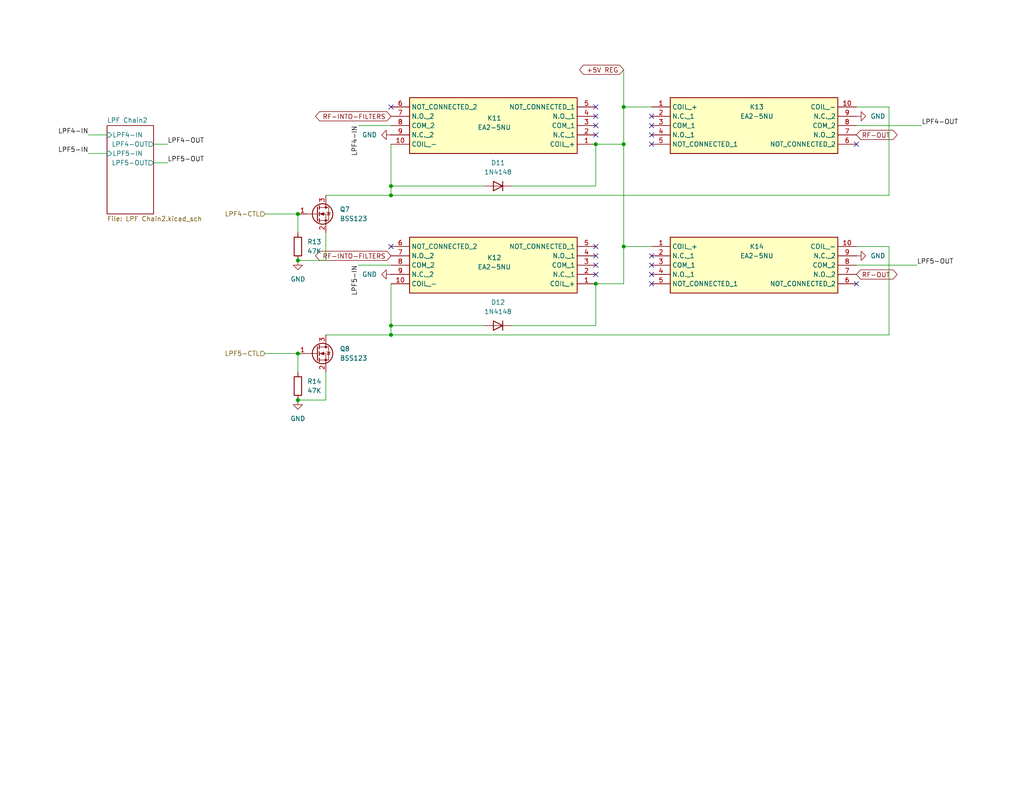
<source format=kicad_sch>
(kicad_sch (version 20231120) (generator "eeschema") (generator_version "8.0")
  (paper "USLetter")
  (title_block (title "QMX+ Amp") (date "2024-08-22") (rev "v0.11") (company "WA7GIL"))
  (lib_symbols
    (symbol "Device:R" (pin_numbers hide) (pin_names (offset 0))
      (property "Reference" "R" (at 2.032 0 90))
      (property "Value" "R" (at 0 0 90))
      (symbol "R_0_1"
        (rectangle (start -1.016 -2.54) (end 1.016 2.54) (stroke (width 0.254)))
      )
      (symbol "R_1_1"
        (pin passive line (at 0 3.81 270) (length 1.27) (name "~") (number "1"))
        (pin passive line (at 0 -3.81 90) (length 1.27) (name "~") (number "2"))
      )
    )
    (symbol "Diode:1N4148" (pin_numbers hide) (pin_names hide)
      (property "Reference" "D" (at 0 2.54 0))
      (property "Value" "1N4148" (at 0 -2.54 0))
      (symbol "1N4148_0_1"
        (polyline (pts (xy -1.27 1.27) (xy -1.27 -1.27)) (stroke (width 0.254)))
        (polyline (pts (xy 1.27 0) (xy -1.27 0)))
        (polyline (pts (xy 1.27 1.27) (xy 1.27 -1.27) (xy -1.27 0) (xy 1.27 1.27)) (stroke (width 0.254)))
      )
      (symbol "1N4148_1_1"
        (pin passive line (at -3.81 0 0) (length 2.54) (name "K") (number "1"))
        (pin passive line (at 3.81 0 180) (length 2.54) (name "A") (number "2"))
      )
    )
    (symbol "Transistor_FET:BSS123" (pin_names hide)
      (property "Reference" "Q" (at 5.08 1.905 0))
      (property "Value" "BSS123" (at 5.08 0 0))
      (symbol "BSS123_0_1"
        (polyline (pts (xy 0.254 0) (xy -2.54 0)))
        (polyline (pts (xy 0.254 1.905) (xy 0.254 -1.905)) (stroke (width 0.254)))
        (polyline (pts (xy 0.762 -1.27) (xy 0.762 -2.286)) (stroke (width 0.254)))
        (polyline (pts (xy 0.762 0.508) (xy 0.762 -0.508)) (stroke (width 0.254)))
        (polyline (pts (xy 0.762 2.286) (xy 0.762 1.27)) (stroke (width 0.254)))
        (polyline (pts (xy 2.54 2.54) (xy 2.54 1.778)))
        (polyline (pts (xy 2.54 -2.54) (xy 2.54 0) (xy 0.762 0)))
        (polyline (pts (xy 0.762 -1.778) (xy 3.302 -1.778) (xy 3.302 1.778) (xy 0.762 1.778)))
        (polyline (pts (xy 1.016 0) (xy 2.032 0.381) (xy 2.032 -0.381) (xy 1.016 0)) (fill (type outline)))
        (polyline (pts (xy 2.794 0.508) (xy 2.921 0.381) (xy 3.683 0.381) (xy 3.81 0.254)))
        (polyline (pts (xy 3.302 0.381) (xy 2.921 -0.254) (xy 3.683 -0.254) (xy 3.302 0.381)))
        (circle (center 1.651 0) (radius 2.794) (stroke (width 0.254)))
        (circle (center 2.54 -1.778) (radius 0.254) (fill (type outline)))
        (circle (center 2.54 1.778) (radius 0.254) (fill (type outline)))
      )
      (symbol "BSS123_1_1"
        (pin input line (at -5.08 0 0) (length 2.54) (name "G") (number "1"))
        (pin passive line (at 2.54 -5.08 90) (length 2.54) (name "S") (number "2"))
        (pin passive line (at 2.54 5.08 270) (length 2.54) (name "D") (number "3"))
      )
    )
    (symbol "ZZZMyLibrary:EA2-5NU"
      (property "Reference" "K" (at 52.07 7.62 0))
      (property "Value" "EA2-5NU" (at 52.07 5.08 0))
      (symbol "EA2-5NU_1_1"
        (rectangle (start 5.08 2.54) (end 50.8 -12.7) (stroke (width 0.254)) (fill (type background)))
        (pin passive line (at 0 0 0) (length 5.08) (name "COIL_+") (number "1"))
        (pin passive line (at 55.88 0 180) (length 5.08) (name "COIL_-") (number "10"))
        (pin passive line (at 0 -2.54 0) (length 5.08) (name "N.C._1") (number "2"))
        (pin passive line (at 0 -5.08 0) (length 5.08) (name "COM_1") (number "3"))
        (pin passive line (at 0 -7.62 0) (length 5.08) (name "N.O._1") (number "4"))
        (pin passive line (at 0 -10.16 0) (length 5.08) (name "NOT_CONNECTED_1") (number "5"))
        (pin passive line (at 55.88 -10.16 180) (length 5.08) (name "NOT_CONNECTED_2") (number "6"))
        (pin passive line (at 55.88 -7.62 180) (length 5.08) (name "N.O._2") (number "7"))
        (pin passive line (at 55.88 -5.08 180) (length 5.08) (name "COM_2") (number "8"))
        (pin passive line (at 55.88 -2.54 180) (length 5.08) (name "N.C._2") (number "9"))
      )
    )
    (symbol "power:GND" (power) (pin_numbers hide) (pin_names (offset 0) hide)
      (property "Value" "GND" (at 0 -3.81 0))
      (symbol "GND_0_1"
        (polyline (pts (xy 0 0) (xy 0 -1.27) (xy 1.27 -1.27) (xy 0 -2.54) (xy -1.27 -1.27) (xy 0 -1.27)))
      )
      (symbol "GND_1_1"
        (pin power_in line (at 0 0 270) (length 0) (name "~") (number "1"))
      )
    )
  )
  (junction (at 170.18 29.21))
  (junction (at 170.18 39.37))
  (junction (at 81.28 109.22))
  (junction (at 170.18 67.31))
  (junction (at 106.68 50.8))
  (junction (at 162.56 39.37))
  (junction (at 106.68 91.44))
  (junction (at 81.28 58.42))
  (junction (at 81.28 71.12))
  (junction (at 106.68 88.9))
  (junction (at 162.56 77.47))
  (junction (at 106.68 53.34))
  (junction (at 81.28 96.52))
  (no_connect (at 106.68 67.31))
  (no_connect (at 177.8 74.93))
  (no_connect (at 162.56 72.39))
  (no_connect (at 162.56 69.85))
  (no_connect (at 177.8 36.83))
  (no_connect (at 162.56 74.93))
  (no_connect (at 177.8 72.39))
  (no_connect (at 177.8 34.29))
  (no_connect (at 162.56 29.21))
  (no_connect (at 162.56 34.29))
  (no_connect (at 233.68 39.37))
  (no_connect (at 177.8 31.75))
  (no_connect (at 177.8 77.47))
  (no_connect (at 106.68 29.21))
  (no_connect (at 162.56 67.31))
  (no_connect (at 177.8 69.85))
  (no_connect (at 233.68 77.47))
  (no_connect (at 162.56 31.75))
  (no_connect (at 162.56 36.83))
  (no_connect (at 177.8 39.37))
  (wire (pts (xy 132.08 50.8) (xy 106.68 50.8)))
  (wire (pts (xy 72.39 96.52) (xy 81.28 96.52)))
  (wire (pts (xy 242.57 67.31) (xy 233.68 67.31)))
  (wire (pts (xy 170.18 77.47) (xy 162.56 77.47)))
  (wire (pts (xy 97.79 34.29) (xy 106.68 34.29)))
  (wire (pts (xy 106.68 91.44) (xy 106.68 88.9)))
  (wire (pts (xy 170.18 67.31) (xy 177.8 67.31)))
  (wire (pts (xy 41.91 39.37) (xy 45.72 39.37)))
  (wire (pts (xy 88.9 71.12) (xy 81.28 71.12)))
  (wire (pts (xy 242.57 91.44) (xy 242.57 67.31)))
  (wire (pts (xy 41.91 44.45) (xy 45.72 44.45)))
  (wire (pts (xy 88.9 53.34) (xy 106.68 53.34)))
  (wire (pts (xy 233.68 72.39) (xy 250.19 72.39)))
  (wire (pts (xy 170.18 67.31) (xy 170.18 77.47)))
  (wire (pts (xy 81.28 96.52) (xy 81.28 101.6)))
  (wire (pts (xy 106.68 50.8) (xy 106.68 39.37)))
  (wire (pts (xy 106.68 88.9) (xy 106.68 77.47)))
  (wire (pts (xy 170.18 29.21) (xy 170.18 39.37)))
  (wire (pts (xy 139.7 50.8) (xy 162.56 50.8)))
  (wire (pts (xy 97.79 72.39) (xy 106.68 72.39)))
  (wire (pts (xy 233.68 34.29) (xy 251.46 34.29)))
  (wire (pts (xy 170.18 19.05) (xy 170.18 29.21)))
  (wire (pts (xy 139.7 88.9) (xy 162.56 88.9)))
  (wire (pts (xy 132.08 88.9) (xy 106.68 88.9)))
  (wire (pts (xy 24.13 41.91) (xy 29.21 41.91)))
  (wire (pts (xy 106.68 53.34) (xy 106.68 50.8)))
  (wire (pts (xy 88.9 91.44) (xy 106.68 91.44)))
  (wire (pts (xy 162.56 88.9) (xy 162.56 77.47)))
  (wire (pts (xy 170.18 67.31) (xy 170.18 39.37)))
  (wire (pts (xy 106.68 91.44) (xy 242.57 91.44)))
  (wire (pts (xy 24.13 36.83) (xy 29.21 36.83)))
  (wire (pts (xy 88.9 109.22) (xy 81.28 109.22)))
  (wire (pts (xy 106.68 53.34) (xy 242.57 53.34)))
  (wire (pts (xy 162.56 50.8) (xy 162.56 39.37)))
  (wire (pts (xy 88.9 101.6) (xy 88.9 109.22)))
  (wire (pts (xy 72.39 58.42) (xy 81.28 58.42)))
  (wire (pts (xy 81.28 58.42) (xy 81.28 63.5)))
  (wire (pts (xy 170.18 29.21) (xy 177.8 29.21)))
  (wire (pts (xy 242.57 53.34) (xy 242.57 29.21)))
  (wire (pts (xy 242.57 29.21) (xy 233.68 29.21)))
  (wire (pts (xy 162.56 39.37) (xy 170.18 39.37)))
  (wire (pts (xy 88.9 63.5) (xy 88.9 71.12)))
  (label "LPF5-OUT" (at 45.72 44.45 0))
  (label "LPF5-IN" (at 97.79 72.39 270))
  (label "LPF4-IN" (at 97.79 34.29 270))
  (label "LPF5-OUT" (at 250.19 72.39 0))
  (label "LPF4-OUT" (at 251.46 34.29 0))
  (label "LPF5-IN" (at 24.13 41.91 180))
  (label "LPF4-IN" (at 24.13 36.83 180))
  (label "LPF4-OUT" (at 45.72 39.37 0))
  (global_label "RF-OUT" (shape bidirectional) (at 233.68 36.83 0) (property "Intersheetrefs" "${INTERSHEET_REFS}" (effects (hide yes))))
  (global_label "RF-INTO-FILTERS" (shape bidirectional) (at 106.68 69.85 180) (property "Intersheetrefs" "${INTERSHEET_REFS}" (effects (hide yes))))
  (global_label "+5V REG" (shape bidirectional) (at 170.18 19.05 180) (property "Intersheetrefs" "${INTERSHEET_REFS}" (effects (hide yes))))
  (global_label "RF-INTO-FILTERS" (shape bidirectional) (at 106.68 31.75 180) (property "Intersheetrefs" "${INTERSHEET_REFS}" (effects (hide yes))))
  (global_label "RF-OUT" (shape bidirectional) (at 233.68 74.93 0) (property "Intersheetrefs" "${INTERSHEET_REFS}" (effects (hide yes))))
  (hierarchical_label "LPF4-CTL" (shape input) (at 72.39 58.42 180))
  (hierarchical_label "LPF5-CTL" (shape input) (at 72.39 96.52 180))
  (symbol (lib_id "ZZZMyLibrary:EA2-5NU") (at 162.56 77.47 180) (unit 1)
    (property "Reference" "K12" (at 134.874 70.358 0))
    (property "Value" "EA2-5NU" (at 134.874 72.898 0))
    (property "Footprint" "DIPS762W70P254L1420H540Q10N" (effects (hide yes)))
    (property "Datasheet" "https://content.kemet.com/datasheets/KEM_R7001_EA2_EB2.pdf" (effects (hide yes)))
    (property "Description" "KEMET, EA2, Relays, Signal, 5 V, 220 V, 250 VAC, 1 A, 75 mOhms, 1 GOhms, 14.2mm, 9.2mm, 5.4mm" (effects (hide yes)))
    (property "Height" "5.4" (effects (hide yes)))
    (property "Mouser Part Number" "551-EA2-5NU" (effects (hide yes)))
    (property "Mouser Price/Stock" "https://www.mouser.co.uk/ProductDetail/KEMET/EA2-5NU?qs=UeqeubEbzTX2QGWq8LyCiw%3D%3D" (effects (hide yes)))
    (property "Manufacturer_Name" "KEMET" (effects (hide yes)))
    (property "Manufacturer_Part_Number" "EA2-5NU" (effects (hide yes)))
  )
  (symbol (lib_id "Transistor_FET:BSS123") (at 86.36 58.42 0) (unit 1)
    (property "Reference" "Q7" (at 92.71 57.1499 0) (effects (justify left)))
    (property "Value" "BSS123" (at 92.71 59.6899 0) (effects (justify left)))
    (property "Footprint" "Package_TO_SOT_SMD:SOT-23" (effects (hide yes)))
    (property "Datasheet" "http://www.diodes.com/assets/Datasheets/ds30366.pdf" (effects (hide yes)))
    (property "Description" "0.17A Id, 100V Vds, N-Channel MOSFET, SOT-23" (effects (hide yes)))
  )
  (symbol (lib_id "Device:R") (at 81.28 67.31 0) (unit 1)
    (property "Reference" "R13" (at 83.82 66.0399 0) (effects (justify left)))
    (property "Value" "47K" (at 83.82 68.5799 0) (effects (justify left)))
    (property "Footprint" "Resistor_SMD:R_0805_2012Metric_Pad1.20x1.40mm_HandSolder" (effects (hide yes)))
    (property "Description" "Resistor" (effects (hide yes)))
  )
  (symbol (lib_id "Transistor_FET:BSS123") (at 86.36 96.52 0) (unit 1)
    (property "Reference" "Q8" (at 92.71 95.2499 0) (effects (justify left)))
    (property "Value" "BSS123" (at 92.71 97.7899 0) (effects (justify left)))
    (property "Footprint" "Package_TO_SOT_SMD:SOT-23" (effects (hide yes)))
    (property "Datasheet" "http://www.diodes.com/assets/Datasheets/ds30366.pdf" (effects (hide yes)))
    (property "Description" "0.17A Id, 100V Vds, N-Channel MOSFET, SOT-23" (effects (hide yes)))
  )
  (symbol (lib_id "Diode:1N4148") (at 135.89 88.9 180) (unit 1)
    (property "Reference" "D12" (at 135.89 82.55 0))
    (property "Value" "1N4148" (at 135.89 85.09 0))
    (property "Footprint" "Diode_THT:D_DO-35_SOD27_P7.62mm_Horizontal" (effects (hide yes)))
    (property "Datasheet" "https://assets.nexperia.com/documents/data-sheet/1N4148_1N4448.pdf" (effects (hide yes)))
    (property "Description" "100V 0.15A standard switching diode, DO-35" (effects (hide yes)))
    (property "Sim.Device" "D" (effects (hide yes)))
    (property "Sim.Pins" "1=K 2=A" (effects (hide yes)))
  )
  (symbol (lib_id "power:GND") (at 233.68 31.75 90) (unit 1)
    (property "Reference" "#PWR055" (effects (hide yes)))
    (property "Value" "GND" (at 237.49 31.7499 90) (effects (justify right)))
    (property "Description" "Power symbol creates a global label with name \"GND\" , ground" (effects (hide yes)))
  )
  (symbol (lib_id "power:GND") (at 81.28 109.22 0) (unit 1)
    (property "Reference" "#PWR052" (effects (hide yes)))
    (property "Value" "GND" (at 81.28 114.3 0))
    (property "Description" "Power symbol creates a global label with name \"GND\" , ground" (effects (hide yes)))
  )
  (symbol (lib_id "power:GND") (at 81.28 71.12 0) (unit 1)
    (property "Reference" "#PWR051" (effects (hide yes)))
    (property "Value" "GND" (at 81.28 76.2 0))
    (property "Description" "Power symbol creates a global label with name \"GND\" , ground" (effects (hide yes)))
  )
  (symbol (lib_id "power:GND") (at 106.68 36.83 270) (unit 1)
    (property "Reference" "#PWR053" (effects (hide yes)))
    (property "Value" "GND" (at 102.87 36.8299 90) (effects (justify right)))
    (property "Description" "Power symbol creates a global label with name \"GND\" , ground" (effects (hide yes)))
  )
  (symbol (lib_id "power:GND") (at 233.68 69.85 90) (unit 1)
    (property "Reference" "#PWR056" (effects (hide yes)))
    (property "Value" "GND" (at 237.49 69.8499 90) (effects (justify right)))
    (property "Description" "Power symbol creates a global label with name \"GND\" , ground" (effects (hide yes)))
  )
  (symbol (lib_id "ZZZMyLibrary:EA2-5NU") (at 162.56 39.37 180) (unit 1)
    (property "Reference" "K11" (at 134.874 32.258 0))
    (property "Value" "EA2-5NU" (at 134.874 34.798 0))
    (property "Footprint" "DIPS762W70P254L1420H540Q10N" (effects (hide yes)))
    (property "Datasheet" "https://content.kemet.com/datasheets/KEM_R7001_EA2_EB2.pdf" (effects (hide yes)))
    (property "Description" "KEMET, EA2, Relays, Signal, 5 V, 220 V, 250 VAC, 1 A, 75 mOhms, 1 GOhms, 14.2mm, 9.2mm, 5.4mm" (effects (hide yes)))
    (property "Height" "5.4" (effects (hide yes)))
    (property "Mouser Part Number" "551-EA2-5NU" (effects (hide yes)))
    (property "Mouser Price/Stock" "https://www.mouser.co.uk/ProductDetail/KEMET/EA2-5NU?qs=UeqeubEbzTX2QGWq8LyCiw%3D%3D" (effects (hide yes)))
    (property "Manufacturer_Name" "KEMET" (effects (hide yes)))
    (property "Manufacturer_Part_Number" "EA2-5NU" (effects (hide yes)))
  )
  (symbol (lib_id "power:GND") (at 106.68 74.93 270) (unit 1)
    (property "Reference" "#PWR054" (effects (hide yes)))
    (property "Value" "GND" (at 102.87 74.9299 90) (effects (justify right)))
    (property "Description" "Power symbol creates a global label with name \"GND\" , ground" (effects (hide yes)))
  )
  (symbol (lib_id "ZZZMyLibrary:EA2-5NU") (at 177.8 29.21 0) (unit 1)
    (property "Reference" "K13" (at 206.502 29.21 0))
    (property "Value" "EA2-5NU" (at 206.502 31.75 0))
    (property "Footprint" "DIPS762W70P254L1420H540Q10N" (effects (hide yes)))
    (property "Datasheet" "https://content.kemet.com/datasheets/KEM_R7001_EA2_EB2.pdf" (effects (hide yes)))
    (property "Description" "KEMET, EA2, Relays, Signal, 5 V, 220 V, 250 VAC, 1 A, 75 mOhms, 1 GOhms, 14.2mm, 9.2mm, 5.4mm" (effects (hide yes)))
    (property "Height" "5.4" (effects (hide yes)))
    (property "Mouser Part Number" "551-EA2-5NU" (effects (hide yes)))
    (property "Mouser Price/Stock" "https://www.mouser.co.uk/ProductDetail/KEMET/EA2-5NU?qs=UeqeubEbzTX2QGWq8LyCiw%3D%3D" (effects (hide yes)))
    (property "Manufacturer_Name" "KEMET" (effects (hide yes)))
    (property "Manufacturer_Part_Number" "EA2-5NU" (effects (hide yes)))
  )
  (symbol (lib_id "ZZZMyLibrary:EA2-5NU") (at 177.8 67.31 0) (unit 1)
    (property "Reference" "K14" (at 206.502 67.31 0))
    (property "Value" "EA2-5NU" (at 206.502 69.85 0))
    (property "Footprint" "DIPS762W70P254L1420H540Q10N" (effects (hide yes)))
    (property "Datasheet" "https://content.kemet.com/datasheets/KEM_R7001_EA2_EB2.pdf" (effects (hide yes)))
    (property "Description" "KEMET, EA2, Relays, Signal, 5 V, 220 V, 250 VAC, 1 A, 75 mOhms, 1 GOhms, 14.2mm, 9.2mm, 5.4mm" (effects (hide yes)))
    (property "Height" "5.4" (effects (hide yes)))
    (property "Mouser Part Number" "551-EA2-5NU" (effects (hide yes)))
    (property "Mouser Price/Stock" "https://www.mouser.co.uk/ProductDetail/KEMET/EA2-5NU?qs=UeqeubEbzTX2QGWq8LyCiw%3D%3D" (effects (hide yes)))
    (property "Manufacturer_Name" "KEMET" (effects (hide yes)))
    (property "Manufacturer_Part_Number" "EA2-5NU" (effects (hide yes)))
  )
  (symbol (lib_id "Device:R") (at 81.28 105.41 0) (unit 1)
    (property "Reference" "R14" (at 83.82 104.1399 0) (effects (justify left)))
    (property "Value" "47K" (at 83.82 106.6799 0) (effects (justify left)))
    (property "Footprint" "Resistor_SMD:R_0805_2012Metric_Pad1.20x1.40mm_HandSolder" (effects (hide yes)))
    (property "Description" "Resistor" (effects (hide yes)))
  )
  (symbol (lib_id "Diode:1N4148") (at 135.89 50.8 180) (unit 1)
    (property "Reference" "D11" (at 135.89 44.45 0))
    (property "Value" "1N4148" (at 135.89 46.99 0))
    (property "Footprint" "Diode_THT:D_DO-35_SOD27_P7.62mm_Horizontal" (effects (hide yes)))
    (property "Datasheet" "https://assets.nexperia.com/documents/data-sheet/1N4148_1N4448.pdf" (effects (hide yes)))
    (property "Description" "100V 0.15A standard switching diode, DO-35" (effects (hide yes)))
    (property "Sim.Device" "D" (effects (hide yes)))
    (property "Sim.Pins" "1=K 2=A" (effects (hide yes)))
  )
  (sheet (at 29.21 34.29) (size 12.7 24.13) (stroke (width 0.1524))
    (property "Sheetname" "LPF Chain2" (at 29.21 33.5784 0) (effects (justify left bottom)))
    (property "Sheetfile" "LPF Chain2.kicad_sch" (at 29.21 59.0046 0) (effects (justify left top)))
    (pin "LPF5-IN" input (at 29.21 41.91 180))
    (pin "LPF4-IN" input (at 29.21 36.83 180))
    (pin "LPF5-OUT" output (at 41.91 44.45 0))
    (pin "LPF4-OUT" output (at 41.91 39.37 0))
  )
)
</source>
